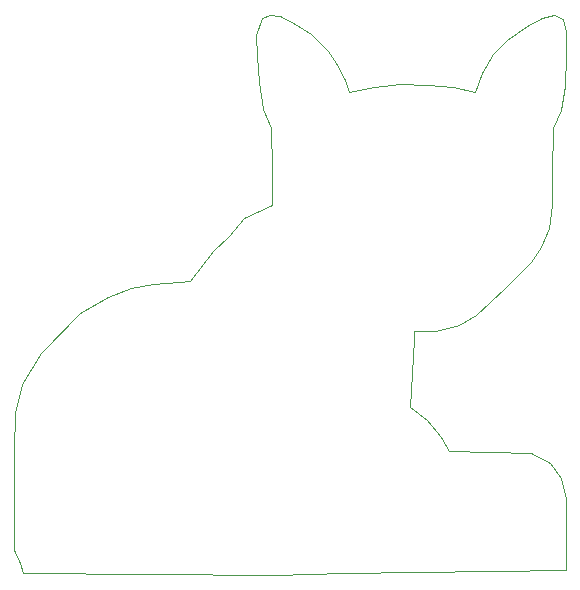
<source format=gbr>
G04 #@! TF.FileFunction,Profile,NP*
%FSLAX46Y46*%
G04 Gerber Fmt 4.6, Leading zero omitted, Abs format (unit mm)*
G04 Created by KiCad (PCBNEW 4.0.7) date 09/18/18 19:10:44*
%MOMM*%
%LPD*%
G01*
G04 APERTURE LIST*
%ADD10C,0.100000*%
G04 APERTURE END LIST*
D10*
X153412520Y-85494479D02*
X152364483Y-85745667D01*
X149390855Y-87621742D02*
X148256994Y-88856422D01*
X142692247Y-91399127D02*
X140374122Y-91385663D01*
X154435710Y-88977421D02*
X154435710Y-86931457D01*
X144807258Y-91618313D02*
X142692247Y-91399127D01*
X148256994Y-88856422D02*
X147340590Y-90406417D01*
X154180868Y-85890225D02*
X153412520Y-85494479D01*
X138116777Y-91595303D02*
X136056832Y-91994306D01*
X147340590Y-90406417D02*
X146714633Y-91994311D01*
X146714633Y-91994311D02*
X144807258Y-91618313D01*
X152364483Y-85745667D02*
X151122500Y-86409261D01*
X153995010Y-93524039D02*
X154345737Y-91514339D01*
X153303210Y-95062587D02*
X153995010Y-93524039D01*
X154345737Y-91514339D02*
X154435710Y-88977421D01*
X154435710Y-86931457D02*
X154180868Y-85890225D01*
X140374122Y-91385663D02*
X138116777Y-91595303D01*
X153244363Y-98966721D02*
X153303210Y-95062587D01*
X151122500Y-86409261D02*
X149390855Y-87621742D01*
X153223302Y-101569268D02*
X153244363Y-98966721D01*
X121640126Y-108135061D02*
X119447604Y-108299187D01*
X129872228Y-132957050D02*
X135508649Y-132763173D01*
X107713667Y-130781587D02*
X108222755Y-131940532D01*
X108382975Y-116774885D02*
X107773065Y-119221620D01*
X115618708Y-109371151D02*
X113276627Y-110725379D01*
X125874080Y-104205661D02*
X124563730Y-105536212D01*
X136056832Y-91994306D02*
X135683324Y-90980587D01*
X128240212Y-88979223D02*
X128388367Y-91160212D01*
X108222755Y-131940532D02*
X108480011Y-132795455D01*
X107713667Y-122443642D02*
X107713667Y-130781587D01*
X129509801Y-98445187D02*
X129548169Y-101569282D01*
X131466303Y-86308623D02*
X130198359Y-85635687D01*
X129358953Y-85494479D02*
X128685637Y-85804044D01*
X151459412Y-106413273D02*
X152312960Y-105154708D01*
X110004567Y-114106577D02*
X108382975Y-116774885D01*
X119447604Y-108299187D02*
X117609347Y-108659940D01*
X128685637Y-85804044D02*
X128203999Y-87213509D01*
X143428753Y-112260754D02*
X145334943Y-111791596D01*
X124563730Y-105536212D02*
X122608530Y-108074626D01*
X107773065Y-119221620D02*
X107713667Y-122443642D01*
X152956875Y-103552452D02*
X153223302Y-101569268D01*
X117609347Y-108659940D02*
X115618708Y-109371151D01*
X152312960Y-105154708D02*
X152956875Y-103552452D01*
X149238911Y-108659940D02*
X151459412Y-106413273D01*
X127167264Y-102676362D02*
X125874080Y-104205661D01*
X128203999Y-87213509D02*
X128240212Y-88979223D01*
X141544160Y-112260754D02*
X143428753Y-112260754D01*
X141544160Y-112907513D02*
X141544160Y-112260754D01*
X134304176Y-88582490D02*
X132812030Y-87163150D01*
X153035227Y-123425301D02*
X151455877Y-122587889D01*
X132812030Y-87163150D02*
X131466303Y-86308623D01*
X143839383Y-121252293D02*
X142659018Y-119819034D01*
X129548169Y-101569282D02*
X127167264Y-102676362D01*
X135683324Y-90980587D02*
X134974633Y-89550064D01*
X146815176Y-110950485D02*
X149238911Y-108659940D01*
X108480011Y-132795455D02*
X129872228Y-132957050D01*
X113276627Y-110725379D02*
X110004567Y-114106577D01*
X145334943Y-111791596D02*
X146815176Y-110950485D01*
X122608530Y-108074626D02*
X121640126Y-108135061D01*
X128388367Y-91160212D02*
X128760000Y-93460000D01*
X141225593Y-118696991D02*
X141544160Y-112907513D01*
X142659018Y-119819034D02*
X141225593Y-118696991D01*
X135508649Y-132763173D02*
X154435710Y-132532500D01*
X144482374Y-122443642D02*
X143839383Y-121252293D01*
X151455877Y-122587889D02*
X144482374Y-122443642D01*
X154021633Y-124700804D02*
X153035227Y-123425301D01*
X154435710Y-126479059D02*
X154021633Y-124700804D01*
X130198359Y-85635687D02*
X129358953Y-85494479D01*
X129468258Y-95062601D02*
X129509801Y-98445187D01*
X154435710Y-132532500D02*
X154435710Y-126479059D01*
X129872228Y-132957050D02*
X129872228Y-132957050D01*
X134974633Y-89550064D02*
X134304176Y-88582490D01*
X128760000Y-93460000D02*
X129468258Y-95062601D01*
M02*

</source>
